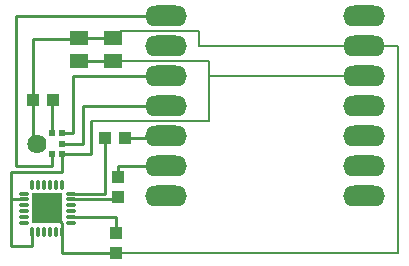
<source format=gbr>
%TF.GenerationSoftware,KiCad,Pcbnew,7.0.10*%
%TF.CreationDate,2024-01-29T15:01:41-08:00*%
%TF.ProjectId,FinalProject,46696e61-6c50-4726-9f6a-6563742e6b69,v2*%
%TF.SameCoordinates,Original*%
%TF.FileFunction,Copper,L1,Top*%
%TF.FilePolarity,Positive*%
%FSLAX46Y46*%
G04 Gerber Fmt 4.6, Leading zero omitted, Abs format (unit mm)*
G04 Created by KiCad (PCBNEW 7.0.10) date 2024-01-29 15:01:41*
%MOMM*%
%LPD*%
G01*
G04 APERTURE LIST*
G04 Aperture macros list*
%AMRoundRect*
0 Rectangle with rounded corners*
0 $1 Rounding radius*
0 $2 $3 $4 $5 $6 $7 $8 $9 X,Y pos of 4 corners*
0 Add a 4 corners polygon primitive as box body*
4,1,4,$2,$3,$4,$5,$6,$7,$8,$9,$2,$3,0*
0 Add four circle primitives for the rounded corners*
1,1,$1+$1,$2,$3*
1,1,$1+$1,$4,$5*
1,1,$1+$1,$6,$7*
1,1,$1+$1,$8,$9*
0 Add four rect primitives between the rounded corners*
20,1,$1+$1,$2,$3,$4,$5,0*
20,1,$1+$1,$4,$5,$6,$7,0*
20,1,$1+$1,$6,$7,$8,$9,0*
20,1,$1+$1,$8,$9,$2,$3,0*%
G04 Aperture macros list end*
%TA.AperFunction,SMDPad,CuDef*%
%ADD10R,0.525000X0.600000*%
%TD*%
%TA.AperFunction,ComponentPad*%
%ADD11C,1.625000*%
%TD*%
%TA.AperFunction,ComponentPad*%
%ADD12O,3.556000X1.778000*%
%TD*%
%TA.AperFunction,SMDPad,CuDef*%
%ADD13R,1.500000X1.240000*%
%TD*%
%TA.AperFunction,SMDPad,CuDef*%
%ADD14R,1.075000X1.000000*%
%TD*%
%TA.AperFunction,SMDPad,CuDef*%
%ADD15RoundRect,0.070000X0.070000X-0.330000X0.070000X0.330000X-0.070000X0.330000X-0.070000X-0.330000X0*%
%TD*%
%TA.AperFunction,SMDPad,CuDef*%
%ADD16RoundRect,0.070000X-0.330000X-0.070000X0.330000X-0.070000X0.330000X0.070000X-0.330000X0.070000X0*%
%TD*%
%TA.AperFunction,SMDPad,CuDef*%
%ADD17RoundRect,0.070000X-0.070000X0.330000X-0.070000X-0.330000X0.070000X-0.330000X0.070000X0.330000X0*%
%TD*%
%TA.AperFunction,SMDPad,CuDef*%
%ADD18RoundRect,0.070000X0.330000X0.070000X-0.330000X0.070000X-0.330000X-0.070000X0.330000X-0.070000X0*%
%TD*%
%TA.AperFunction,SMDPad,CuDef*%
%ADD19R,2.500000X2.500000*%
%TD*%
%TA.AperFunction,SMDPad,CuDef*%
%ADD20R,1.000000X1.075000*%
%TD*%
%TA.AperFunction,Conductor*%
%ADD21C,0.200000*%
%TD*%
%TA.AperFunction,Conductor*%
%ADD22C,0.250000*%
%TD*%
G04 APERTURE END LIST*
D10*
%TO.P,IC1,6,DATA*%
%TO.N,Net-(IC1-DATA)*%
X113414000Y-104267000D03*
%TO.P,IC1,5,VDD*%
%TO.N,/3.3V*%
X113414000Y-105167000D03*
%TO.P,IC1,4,BCLK*%
%TO.N,Net-(IC1-BCLK)*%
X112564000Y-105167000D03*
D11*
%TO.P,IC1,3,GND*%
%TO.N,GND*%
X111304000Y-104267000D03*
D10*
%TO.P,IC1,2,SELECT*%
%TO.N,/SELECT*%
X112564000Y-103367000D03*
%TO.P,IC1,1,WS*%
%TO.N,Net-(IC1-WS)*%
X113414000Y-103367000D03*
%TD*%
D12*
%TO.P,U1,1,GPIO1_A0_D0*%
%TO.N,Net-(IC1-BCLK)*%
X122174000Y-93472000D03*
%TO.P,U1,2,GPIO2_A1_D1*%
%TO.N,unconnected-(U1-GPIO2_A1_D1-Pad2)*%
X122174000Y-96012000D03*
%TO.P,U1,3,GPIO3_A2_D2*%
%TO.N,Net-(IC1-WS)*%
X122174000Y-98552000D03*
%TO.P,U1,4,GPIO4_A3_D3*%
%TO.N,Net-(IC1-DATA)*%
X122174000Y-101092000D03*
%TO.P,U1,5,GPIO4_A3_D3_SDA*%
%TO.N,Net-(U1-GPIO4_A3_D3_SDA)*%
X122174000Y-103632000D03*
%TO.P,U1,6,GPIO6_A5_D5_SCL*%
%TO.N,Net-(U1-GPIO6_A5_D5_SCL)*%
X122174000Y-106172000D03*
%TO.P,U1,7,GPIO43_TX_D6*%
%TO.N,unconnected-(U1-GPIO43_TX_D6-Pad7)*%
X122174000Y-108712000D03*
%TO.P,U1,8,5V*%
%TO.N,unconnected-(U1-5V-Pad8)*%
X138938000Y-93472000D03*
%TO.P,U1,9,GND*%
%TO.N,GND*%
X138938000Y-96012000D03*
%TO.P,U1,10,3V3*%
%TO.N,/3.3V*%
X138938000Y-98552000D03*
%TO.P,U1,11,GPIO9_A10_D10_COPI*%
%TO.N,unconnected-(U1-GPIO9_A10_D10_COPI-Pad11)*%
X138938000Y-101092000D03*
%TO.P,U1,12,GPIO8_A9_D9_CIPO*%
%TO.N,unconnected-(U1-GPIO8_A9_D9_CIPO-Pad12)*%
X138938000Y-103632000D03*
%TO.P,U1,13,GPIO7_A8_D8_SCK*%
%TO.N,unconnected-(U1-GPIO7_A8_D8_SCK-Pad13)*%
X138938000Y-106172000D03*
%TO.P,U1,14,GPIO44_D7_RX*%
%TO.N,unconnected-(U1-GPIO44_D7_RX-Pad14)*%
X138938000Y-108712000D03*
%TD*%
D13*
%TO.P,C7,1,1*%
%TO.N,/3.3V*%
X114808000Y-97216000D03*
%TO.P,C7,2,2*%
%TO.N,GND*%
X114808000Y-95316000D03*
%TD*%
D14*
%TO.P,R2,1*%
%TO.N,/SDA_3V*%
X117006000Y-103759000D03*
%TO.P,R2,2*%
%TO.N,Net-(U1-GPIO4_A3_D3_SDA)*%
X118706000Y-103759000D03*
%TD*%
D15*
%TO.P,U3,1,CLKIN*%
%TO.N,/CLKIN*%
X113391000Y-107728000D03*
%TO.P,U3,2*%
%TO.N,N/C*%
X112891000Y-107728000D03*
%TO.P,U3,3*%
X112391000Y-107728000D03*
%TO.P,U3,4*%
X111891000Y-107728000D03*
%TO.P,U3,5*%
X111391000Y-107728000D03*
%TO.P,U3,6,AUX_DA*%
%TO.N,/SDA_EXT*%
X110891000Y-107728000D03*
D16*
%TO.P,U3,7,AUX_CL*%
%TO.N,/SCL_EXT*%
X110141000Y-108478000D03*
%TO.P,U3,8,VLOGIC*%
%TO.N,/3.3V*%
X110141000Y-108978000D03*
%TO.P,U3,9,AD0*%
%TO.N,/AD0*%
X110141000Y-109478000D03*
%TO.P,U3,10,REGOUT*%
%TO.N,/REGOUT*%
X110141000Y-109978000D03*
%TO.P,U3,11,FSYNC*%
%TO.N,/FSYNC_IN*%
X110141000Y-110478000D03*
%TO.P,U3,12,INT*%
%TO.N,/INT*%
X110141000Y-110978000D03*
D17*
%TO.P,U3,13,VDD*%
%TO.N,/3.3V*%
X110891000Y-111728000D03*
%TO.P,U3,14*%
%TO.N,N/C*%
X111391000Y-111728000D03*
%TO.P,U3,15*%
X111891000Y-111728000D03*
%TO.P,U3,16*%
X112391000Y-111728000D03*
%TO.P,U3,17*%
X112891000Y-111728000D03*
%TO.P,U3,18,GND*%
%TO.N,GND*%
X113391000Y-111728000D03*
D18*
%TO.P,U3,19,RSVD@1*%
%TO.N,unconnected-(U3-RSVD@1-Pad19)*%
X114141000Y-110978000D03*
%TO.P,U3,20,CPOUT*%
%TO.N,/CPOUT*%
X114141000Y-110478000D03*
%TO.P,U3,21,RSVD@2*%
%TO.N,unconnected-(U3-RSVD@2-Pad21)*%
X114141000Y-109978000D03*
%TO.P,U3,22,RSVD@3*%
%TO.N,unconnected-(U3-RSVD@3-Pad22)*%
X114141000Y-109478000D03*
%TO.P,U3,23,SCL*%
%TO.N,/SCL_3V*%
X114141000Y-108978000D03*
%TO.P,U3,24,SDA*%
%TO.N,/SDA_3V*%
X114141000Y-108478000D03*
D19*
%TO.P,U3,THERM,THERMAL*%
%TO.N,GND*%
X112141000Y-109728000D03*
%TD*%
D20*
%TO.P,C5,1,1*%
%TO.N,/CPOUT*%
X117983000Y-111838000D03*
%TO.P,C5,2,2*%
%TO.N,GND*%
X117983000Y-113538000D03*
%TD*%
D14*
%TO.P,R1,1,1*%
%TO.N,GND*%
X110910000Y-100584000D03*
%TO.P,R1,2,2*%
%TO.N,/SELECT*%
X112610000Y-100584000D03*
%TD*%
D20*
%TO.P,R3,1*%
%TO.N,Net-(U1-GPIO6_A5_D5_SCL)*%
X118110000Y-107100000D03*
%TO.P,R3,2*%
%TO.N,/SCL_3V*%
X118110000Y-108800000D03*
%TD*%
D13*
%TO.P,C6,1,1*%
%TO.N,/3.3V*%
X117729000Y-97216000D03*
%TO.P,C6,2,2*%
%TO.N,GND*%
X117729000Y-95316000D03*
%TD*%
D21*
%TO.N,GND*%
X138176000Y-96012000D02*
X125018800Y-96012000D01*
X125018800Y-96012000D02*
X125018800Y-94742000D01*
X118303000Y-94742000D02*
X117729000Y-95316000D01*
X125018800Y-94742000D02*
X118303000Y-94742000D01*
X117983000Y-113538000D02*
X141859000Y-113538000D01*
X141859000Y-113538000D02*
X141859000Y-96012000D01*
X141859000Y-96012000D02*
X138176000Y-96012000D01*
D22*
X138049000Y-96139000D02*
X138176000Y-96012000D01*
D21*
%TO.N,/3.3V*%
X125857000Y-98552000D02*
X125857000Y-97298600D01*
X125857000Y-97298600D02*
X117811600Y-97298600D01*
D22*
X117811600Y-97298600D02*
X117729000Y-97216000D01*
D21*
X125857000Y-98552000D02*
X125857000Y-102362000D01*
D22*
X115813000Y-105167000D02*
X113414000Y-105167000D01*
D21*
X125857000Y-102362000D02*
X115813000Y-102362000D01*
D22*
X115813000Y-102362000D02*
X115813000Y-105167000D01*
D21*
X138176000Y-98552000D02*
X125857000Y-98552000D01*
D22*
%TO.N,/SELECT*%
X112610000Y-100584000D02*
X112564000Y-100630000D01*
X112564000Y-100630000D02*
X112564000Y-103367000D01*
%TO.N,GND*%
X110910000Y-100584000D02*
X110910000Y-95377000D01*
X110910000Y-95377000D02*
X114747000Y-95377000D01*
X114747000Y-95377000D02*
X114808000Y-95316000D01*
%TO.N,Net-(IC1-BCLK)*%
X112564000Y-105167000D02*
X112564000Y-106172000D01*
X112564000Y-106172000D02*
X109474000Y-106172000D01*
X109474000Y-93472000D02*
X122936000Y-93472000D01*
X109474000Y-106172000D02*
X109474000Y-93472000D01*
%TO.N,/3.3V*%
X109093000Y-108978000D02*
X109093000Y-106680000D01*
X109093000Y-106680000D02*
X113414000Y-106680000D01*
X113414000Y-106680000D02*
X113414000Y-105167000D01*
%TO.N,Net-(U1-GPIO4_A3_D3_SDA)*%
X122936000Y-103632000D02*
X122809000Y-103759000D01*
X122809000Y-103759000D02*
X118706000Y-103759000D01*
%TO.N,Net-(IC1-DATA)*%
X122936000Y-101092000D02*
X115189000Y-101092000D01*
X115189000Y-101092000D02*
X115189000Y-104267000D01*
X115189000Y-104267000D02*
X113414000Y-104267000D01*
%TO.N,Net-(IC1-WS)*%
X113414000Y-103367000D02*
X114300000Y-103367000D01*
X114300000Y-103367000D02*
X114300000Y-98552000D01*
X114300000Y-98552000D02*
X122936000Y-98552000D01*
%TO.N,/3.3V*%
X110891000Y-111728000D02*
X110891000Y-112903000D01*
X109093000Y-108978000D02*
X109587200Y-108978000D01*
X110891000Y-112903000D02*
X109093000Y-112903000D01*
X109093000Y-112903000D02*
X109093000Y-108978000D01*
%TO.N,/CPOUT*%
X114141000Y-110478000D02*
X117983000Y-110478000D01*
X117983000Y-110478000D02*
X117983000Y-111838000D01*
%TO.N,GND*%
X117983000Y-113538000D02*
X113391000Y-113538000D01*
X113391000Y-113538000D02*
X113391000Y-111728000D01*
%TO.N,Net-(U1-GPIO6_A5_D5_SCL)*%
X122936000Y-106172000D02*
X118110000Y-106172000D01*
X118110000Y-106172000D02*
X118110000Y-107100000D01*
%TO.N,/SDA_3V*%
X114141000Y-108478000D02*
X117006000Y-108478000D01*
X117006000Y-108478000D02*
X117006000Y-103759000D01*
%TO.N,/SCL_3V*%
X114141000Y-108978000D02*
X117932000Y-108978000D01*
X117932000Y-108978000D02*
X118110000Y-108800000D01*
%TO.N,/3.3V*%
X117729000Y-97216000D02*
X114808000Y-97216000D01*
X109587200Y-108978000D02*
X110141000Y-108978000D01*
%TO.N,GND*%
X110910000Y-103873000D02*
X110910000Y-100584000D01*
X111304000Y-104267000D02*
X110910000Y-103873000D01*
X113391000Y-110978000D02*
X113391000Y-111728000D01*
X112141000Y-109728000D02*
X113391000Y-110978000D01*
X117190600Y-95316000D02*
X116652100Y-95316000D01*
X117190600Y-95316000D02*
X117729000Y-95316000D01*
X116652100Y-95316000D02*
X114808000Y-95316000D01*
%TD*%
M02*

</source>
